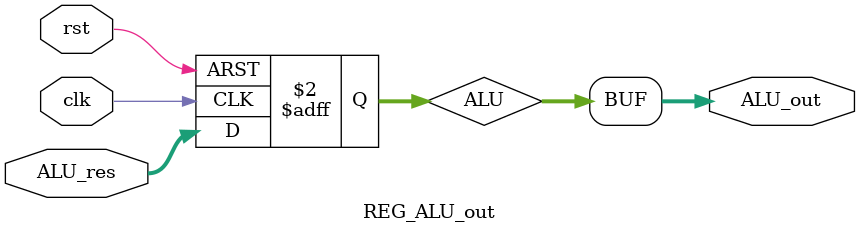
<source format=v>
`timescale 1ns / 1ps


module REG_ALU_out(
    input clk,
    input rst,
    input [31:0] ALU_res,
    output [31:0] ALU_out
    );
    reg [31:0] ALU;
    assign ALU_out = ALU;
    always@(posedge clk or posedge rst) begin
        if(rst) ALU<=0;
        else ALU<=ALU_res;
    end
endmodule

</source>
